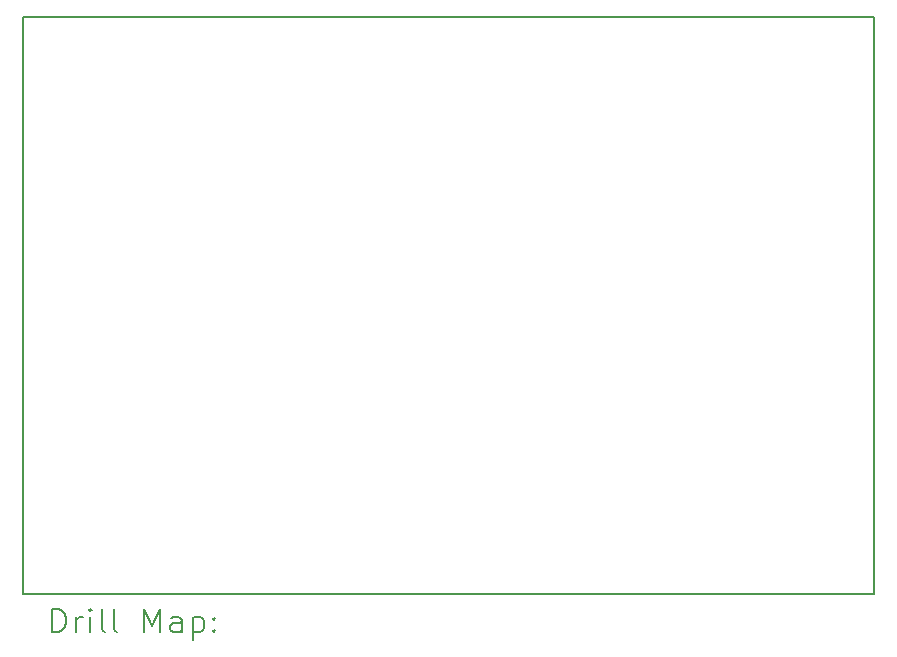
<source format=gbr>
%TF.GenerationSoftware,KiCad,Pcbnew,8.0.0*%
%TF.CreationDate,2024-04-17T16:20:05+02:00*%
%TF.ProjectId,Screen Control,53637265-656e-4204-936f-6e74726f6c2e,rev?*%
%TF.SameCoordinates,Original*%
%TF.FileFunction,Drillmap*%
%TF.FilePolarity,Positive*%
%FSLAX45Y45*%
G04 Gerber Fmt 4.5, Leading zero omitted, Abs format (unit mm)*
G04 Created by KiCad (PCBNEW 8.0.0) date 2024-04-17 16:20:05*
%MOMM*%
%LPD*%
G01*
G04 APERTURE LIST*
%ADD10C,0.200000*%
G04 APERTURE END LIST*
D10*
X11123930Y-5633720D02*
X18334990Y-5633720D01*
X18334990Y-10523220D01*
X11123930Y-10523220D01*
X11123930Y-5633720D01*
X11374707Y-10844704D02*
X11374707Y-10644704D01*
X11374707Y-10644704D02*
X11422326Y-10644704D01*
X11422326Y-10644704D02*
X11450897Y-10654228D01*
X11450897Y-10654228D02*
X11469945Y-10673275D01*
X11469945Y-10673275D02*
X11479469Y-10692323D01*
X11479469Y-10692323D02*
X11488992Y-10730418D01*
X11488992Y-10730418D02*
X11488992Y-10758990D01*
X11488992Y-10758990D02*
X11479469Y-10797085D01*
X11479469Y-10797085D02*
X11469945Y-10816132D01*
X11469945Y-10816132D02*
X11450897Y-10835180D01*
X11450897Y-10835180D02*
X11422326Y-10844704D01*
X11422326Y-10844704D02*
X11374707Y-10844704D01*
X11574707Y-10844704D02*
X11574707Y-10711370D01*
X11574707Y-10749466D02*
X11584231Y-10730418D01*
X11584231Y-10730418D02*
X11593754Y-10720894D01*
X11593754Y-10720894D02*
X11612802Y-10711370D01*
X11612802Y-10711370D02*
X11631850Y-10711370D01*
X11698516Y-10844704D02*
X11698516Y-10711370D01*
X11698516Y-10644704D02*
X11688992Y-10654228D01*
X11688992Y-10654228D02*
X11698516Y-10663751D01*
X11698516Y-10663751D02*
X11708040Y-10654228D01*
X11708040Y-10654228D02*
X11698516Y-10644704D01*
X11698516Y-10644704D02*
X11698516Y-10663751D01*
X11822326Y-10844704D02*
X11803278Y-10835180D01*
X11803278Y-10835180D02*
X11793754Y-10816132D01*
X11793754Y-10816132D02*
X11793754Y-10644704D01*
X11927088Y-10844704D02*
X11908040Y-10835180D01*
X11908040Y-10835180D02*
X11898516Y-10816132D01*
X11898516Y-10816132D02*
X11898516Y-10644704D01*
X12155659Y-10844704D02*
X12155659Y-10644704D01*
X12155659Y-10644704D02*
X12222326Y-10787561D01*
X12222326Y-10787561D02*
X12288992Y-10644704D01*
X12288992Y-10644704D02*
X12288992Y-10844704D01*
X12469945Y-10844704D02*
X12469945Y-10739942D01*
X12469945Y-10739942D02*
X12460421Y-10720894D01*
X12460421Y-10720894D02*
X12441373Y-10711370D01*
X12441373Y-10711370D02*
X12403278Y-10711370D01*
X12403278Y-10711370D02*
X12384231Y-10720894D01*
X12469945Y-10835180D02*
X12450897Y-10844704D01*
X12450897Y-10844704D02*
X12403278Y-10844704D01*
X12403278Y-10844704D02*
X12384231Y-10835180D01*
X12384231Y-10835180D02*
X12374707Y-10816132D01*
X12374707Y-10816132D02*
X12374707Y-10797085D01*
X12374707Y-10797085D02*
X12384231Y-10778037D01*
X12384231Y-10778037D02*
X12403278Y-10768513D01*
X12403278Y-10768513D02*
X12450897Y-10768513D01*
X12450897Y-10768513D02*
X12469945Y-10758990D01*
X12565183Y-10711370D02*
X12565183Y-10911370D01*
X12565183Y-10720894D02*
X12584231Y-10711370D01*
X12584231Y-10711370D02*
X12622326Y-10711370D01*
X12622326Y-10711370D02*
X12641373Y-10720894D01*
X12641373Y-10720894D02*
X12650897Y-10730418D01*
X12650897Y-10730418D02*
X12660421Y-10749466D01*
X12660421Y-10749466D02*
X12660421Y-10806609D01*
X12660421Y-10806609D02*
X12650897Y-10825656D01*
X12650897Y-10825656D02*
X12641373Y-10835180D01*
X12641373Y-10835180D02*
X12622326Y-10844704D01*
X12622326Y-10844704D02*
X12584231Y-10844704D01*
X12584231Y-10844704D02*
X12565183Y-10835180D01*
X12746135Y-10825656D02*
X12755659Y-10835180D01*
X12755659Y-10835180D02*
X12746135Y-10844704D01*
X12746135Y-10844704D02*
X12736612Y-10835180D01*
X12736612Y-10835180D02*
X12746135Y-10825656D01*
X12746135Y-10825656D02*
X12746135Y-10844704D01*
X12746135Y-10720894D02*
X12755659Y-10730418D01*
X12755659Y-10730418D02*
X12746135Y-10739942D01*
X12746135Y-10739942D02*
X12736612Y-10730418D01*
X12736612Y-10730418D02*
X12746135Y-10720894D01*
X12746135Y-10720894D02*
X12746135Y-10739942D01*
M02*

</source>
